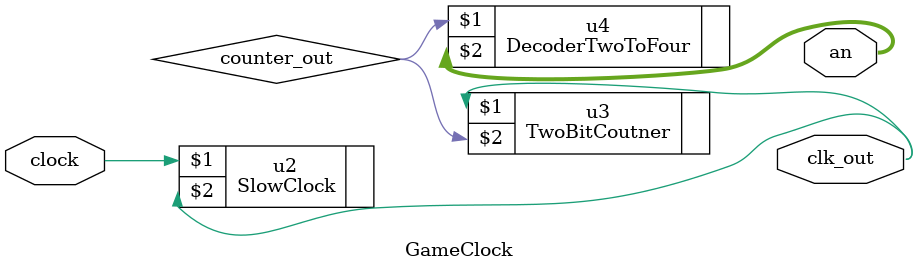
<source format=v>
`timescale 1ns / 1ps

module GameClock(input clock, output clk_out, output[3:0] an);
    wire counter_out;
    SlowClock u2(clock, clk_out);
    TwoBitCoutner u3(clk_out, counter_out);
    DecoderTwoToFour u4(counter_out, an);
    
endmodule
</source>
